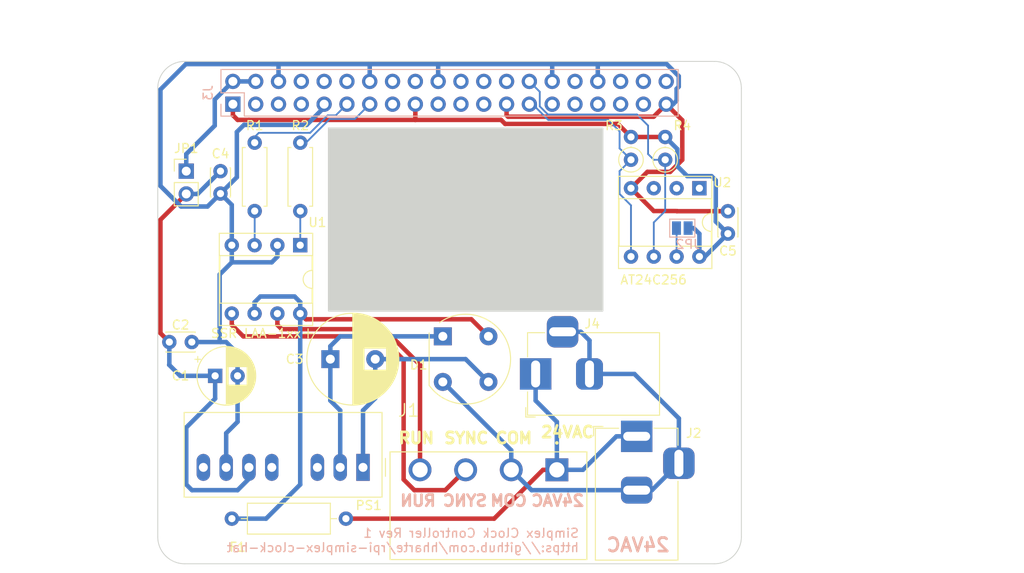
<source format=kicad_pcb>
(kicad_pcb (version 20240108) (generator "pcbnew") (generator_version "8.0")
  (title_block (title "RPi Simplex Clock Controller Hat") (date "2024-03-10") (rev "1") (company "https://github.com/hharte/rpi-simplex-clock-hat"))
  (layers (0 "F.Cu" signal) (31 "B.Cu" signal) (34 "B.Paste" user) (35 "F.Paste" user) (36 "B.SilkS" user "B.Silkscreen") (37 "F.SilkS" user "F.Silkscreen") (38 "B.Mask" user) (39 "F.Mask" user) (44 "Edge.Cuts" user))
  (net 0 "")
  (net 1 "GND")
  (net 2 "/GPIO2{slash}SDA1")
  (net 3 "/GPIO3{slash}SCL1")
  (net 4 "/GPIO4{slash}GPCLK0")
  (net 5 "/GPIO14{slash}TXD0")
  (net 6 "/GPIO15{slash}RXD0")
  (net 7 "/GPIO17")
  (net 8 "/GPIO18{slash}PCM.CLK")
  (net 9 "/GPIO27")
  (net 10 "/GPIO22")
  (net 11 "/GPIO23")
  (net 12 "/GPIO24")
  (net 13 "/GPIO10{slash}SPI0.MOSI")
  (net 14 "/GPIO9{slash}SPI0.MISO")
  (net 15 "/GPIO25")
  (net 16 "/GPIO11{slash}SPI0.SCLK")
  (net 17 "/GPIO8{slash}SPI0.CE0")
  (net 18 "/GPIO7{slash}SPI0.CE1")
  (net 19 "/ID_SDA")
  (net 20 "/ID_SCL")
  (net 21 "/GPIO5")
  (net 22 "/GPIO6")
  (net 23 "/GPIO12{slash}PWM0")
  (net 24 "/GPIO13{slash}PWM1")
  (net 25 "/GPIO19{slash}PCM.FS")
  (net 26 "/GPIO16")
  (net 27 "/GPIO26")
  (net 28 "/GPIO20{slash}PCM.DIN")
  (net 29 "/GPIO21{slash}PCM.DOUT")
  (net 30 "+5V")
  (net 31 "+3.3V")
  (net 32 "+5VP")
  (net 33 "/VIN")
  (net 34 "/SYNC_CORR")
  (net 35 "+48V")
  (net 36 "AC")
  (net 37 "Net-(JP2-A)")
  (net 40 "Net-(R1-Pad1)")
  (net 41 "Net-(R2-Pad1)")
  (net 45 "/CLK_RUN")
  (net 46 "/COM")
  (net 47 "Net-(D1-Pad2)")
  (footprint "Converter_DCDC:Converter_DCDC_TRACO_TMR-xxxx_THT" (layer "F.Cu") (at 122.86 89.205 180)
    (property "Reference" "PS1" (at -0.635 -4.24 0) (layer "F.SilkS"))
    (property "Value" "SPBW06")
    (pad "1" thru_hole rect (at 0 0 180) (size 1.5 3) (drill 1) (layers "*.Cu" "*.Mask") (net 46 "/COM"))
    (pad "2" thru_hole oval (at 2.54 0 180) (size 1.5 3) (drill 1) (layers "*.Cu" "*.Mask") (net 35 "+48V"))
    (pad "3" thru_hole oval (at 5.08 0 180) (size 1.5 3) (drill 1) (layers "*.Cu" "*.Mask"))
    (pad "5" thru_hole oval (at 10.16 0 180) (size 1.5 3) (drill 1) (layers "*.Cu" "*.Mask"))
    (pad "6" thru_hole oval (at 12.7 0 180) (size 1.5 3) (drill 1) (layers "*.Cu" "*.Mask") (net 30 "+5V"))
    (pad "7" thru_hole oval (at 15.24 0 180) (size 1.5 3) (drill 1) (layers "*.Cu" "*.Mask") (net 1 "GND"))
    (pad "8" thru_hole oval (at 17.78 0 180) (size 1.5 3) (drill 1) (layers "*.Cu" "*.Mask"))
  )
  (footprint "hardware:CUI_TBP01R1-508-04BE" (layer "F.Cu") (at 144.45 89.4775 180)
    (property "Reference" "J1" (at 16.51 6.6225 0) (layer "F.SilkS") (effects (font (size 1.4 1.4))))
    (property "Value" "TBP01R1-508-04BE")
    (pad "1" thru_hole rect (at 0 0 180) (size 2.55 2.55) (drill 1.7) (layers "*.Cu" "*.Mask") (net 33 "/VIN"))
    (pad "2" thru_hole circle (at 5.08 0 180) (size 2.55 2.55) (drill 1.7) (layers "*.Cu" "*.Mask") (net 47 "Net-(D1-Pad2)"))
    (pad "3" thru_hole circle (at 10.16 0 180) (size 2.55 2.55) (drill 1.7) (layers "*.Cu" "*.Mask") (net 34 "/SYNC_CORR"))
    (pad "4" thru_hole circle (at 15.24 0 180) (size 2.55 2.55) (drill 1.7) (layers "*.Cu" "*.Mask") (net 45 "/CLK_RUN"))
  )
  (footprint "Capacitor_THT:C_Disc_D3.0mm_W2.0mm_P2.50mm" (layer "F.Cu") (at 101.29 75.235)
    (property "Reference" "C2" (at 1.25 -1.905 0) (layer "F.SilkS"))
    (property "Value" "0.1uF")
    (pad "1" thru_hole circle (at 0 0) (size 1.6 1.6) (drill 0.8) (layers "*.Cu" "*.Mask") (net 30 "+5V"))
    (pad "2" thru_hole circle (at 2.5 0) (size 1.6 1.6) (drill 0.8) (layers "*.Cu" "*.Mask") (net 1 "GND"))
  )
  (footprint "Capacitor_THT:CP_Radial_D10.0mm_P5.00mm" (layer "F.Cu") (at 119.222323 77.14)
    (property "Reference" "C3" (at -3.982323 0 0) (layer "F.SilkS"))
    (property "Value" "100uF/100V")
    (pad "1" thru_hole rect (at 0 0) (size 2 2) (drill 1) (layers "*.Cu" "*.Mask") (net 35 "+48V"))
    (pad "2" thru_hole circle (at 5 0) (size 2 2) (drill 1) (layers "*.Cu" "*.Mask") (net 46 "/COM"))
  )
  (footprint "Capacitor_THT:C_Disc_D3.0mm_W2.0mm_P2.50mm" (layer "F.Cu") (at 106.985 56.185 -90)
    (property "Reference" "C4" (at -1.945 0 0) (layer "F.SilkS"))
    (property "Value" "0.1uF")
    (pad "1" thru_hole circle (at 0 0 270) (size 1.6 1.6) (drill 0.8) (layers "*.Cu" "*.Mask") (net 30 "+5V"))
    (pad "2" thru_hole circle (at 2.5 0 270) (size 1.6 1.6) (drill 0.8) (layers "*.Cu" "*.Mask") (net 1 "GND"))
  )
  (footprint "Package_DIP:DIP-8_W7.62mm_Socket" (layer "F.Cu") (at 115.865 64.44 -90)
    (property "Reference" "U1" (at -2.54 -1.915 0) (layer "F.SilkS"))
    (property "Value" "LAA120")
    (pad "1" thru_hole rect (at 0 0 270) (size 1.6 1.6) (drill 0.8) (layers "*.Cu" "*.Mask") (net 41 "Net-(R2-Pad1)"))
    (pad "2" thru_hole oval (at 0 2.54 270) (size 1.6 1.6) (drill 0.8) (layers "*.Cu" "*.Mask") (net 1 "GND"))
    (pad "3" thru_hole oval (at 0 5.08 270) (size 1.6 1.6) (drill 0.8) (layers "*.Cu" "*.Mask") (net 40 "Net-(R1-Pad1)"))
    (pad "4" thru_hole oval (at 0 7.62 270) (size 1.6 1.6) (drill 0.8) (layers "*.Cu" "*.Mask") (net 1 "GND"))
    (pad "5" thru_hole oval (at 7.62 7.62 270) (size 1.6 1.6) (drill 0.8) (layers "*.Cu" "*.Mask") (net 34 "/SYNC_CORR"))
    (pad "6" thru_hole oval (at 7.62 5.08 270) (size 1.6 1.6) (drill 0.8) (layers "*.Cu" "*.Mask") (net 36 "AC"))
    (pad "7" thru_hole oval (at 7.62 2.54 270) (size 1.6 1.6) (drill 0.8) (layers "*.Cu" "*.Mask") (net 45 "/CLK_RUN"))
    (pad "8" thru_hole oval (at 7.62 0 270) (size 1.6 1.6) (drill 0.8) (layers "*.Cu" "*.Mask") (net 36 "AC"))
  )
  (footprint "Resistor_THT:R_Axial_DIN0309_L9.0mm_D3.2mm_P12.70mm_Horizontal" (layer "F.Cu") (at 108.255 94.92)
    (property "Reference" "F1" (at 0.635 3.175 0) (layer "F.SilkS"))
    (property "Value" "Fuse 630mA")
    (pad "1" thru_hole circle (at 0 0) (size 1.6 1.6) (drill 0.8) (layers "*.Cu" "*.Mask") (net 36 "AC"))
    (pad "2" thru_hole oval (at 12.7 0) (size 1.6 1.6) (drill 0.8) (layers "*.Cu" "*.Mask") (net 33 "/VIN"))
  )
  (footprint "Connector_PinHeader_2.54mm:PinHeader_1x02_P2.54mm_Vertical" (layer "F.Cu") (at 103.175 56.185)
    (property "Reference" "JP1" (at 0 -2.54 0) (layer "F.SilkS"))
    (property "Value" "Jumper_2_Bridged")
    (pad "1" thru_hole rect (at 0 0) (size 1.7 1.7) (drill 1) (layers "*.Cu" "*.Mask") (net 32 "+5VP"))
    (pad "2" thru_hole oval (at 0 2.54) (size 1.7 1.7) (drill 1) (layers "*.Cu" "*.Mask") (net 30 "+5V"))
  )
  (footprint "MountingHole:MountingHole_2.7mm_M2.5" (layer "F.Cu") (at 103.5 96.45)
    (property "Reference" "MH1" (hide yes))
    (property "Value" "MountingHole_2.7mm_M2.5")
    (pad "" np_thru_hole circle (at 0 0) (size 2.7 2.7) (drill 2.7) (layers "*.Cu" "*.Mask"))
  )
  (footprint "MountingHole:MountingHole_2.7mm_M2.5" (layer "F.Cu") (at 103.5 47.45)
    (property "Reference" "MH3" (hide yes))
    (property "Value" "MountingHole_2.7mm_M2.5")
    (pad "" np_thru_hole circle (at 0 0) (size 2.7 2.7) (drill 2.7) (layers "*.Cu" "*.Mask"))
  )
  (footprint "MountingHole:MountingHole_2.7mm_M2.5" (layer "F.Cu") (at 161.5 96.45)
    (property "Reference" "MH2" (hide yes))
    (property "Value" "MountingHole_2.7mm_M2.5")
    (pad "" np_thru_hole circle (at 0 0) (size 2.7 2.7) (drill 2.7) (layers "*.Cu" "*.Mask"))
  )
  (footprint "Resistor_THT:R_Axial_DIN0207_L6.3mm_D2.5mm_P2.54mm_Vertical" (layer "F.Cu") (at 156.515 54.915 90)
    (property "Reference" "R4" (at 3.81 1.905 180) (layer "F.SilkS"))
    (property "Value" "3.9K")
    (pad "1" thru_hole circle (at 0 0 90) (size 1.6 1.6) (drill 0.8) (layers "*.Cu" "*.Mask") (net 20 "/ID_SCL"))
    (pad "2" thru_hole oval (at 2.54 0 90) (size 1.6 1.6) (drill 0.8) (layers "*.Cu" "*.Mask") (net 31 "+3.3V"))
  )
  (footprint "MountingHole:MountingHole_2.7mm_M2.5" (layer "F.Cu") (at 103.5 70.45)
    (property "Reference" "MH5" (hide yes))
    (property "Value" "MountingHole_2.7mm_M2.5")
    (pad "" np_thru_hole circle (at 0 0) (size 2.7 2.7) (drill 2.7) (layers "*.Cu" "*.Mask"))
  )
  (footprint "Resistor_THT:R_Axial_DIN0207_L6.3mm_D2.5mm_P7.62mm_Horizontal" (layer "F.Cu") (at 115.875 60.63 90)
    (property "Reference" "R2" (at 9.525 0 180) (layer "F.SilkS"))
    (property "Value" "220")
    (pad "1" thru_hole circle (at 0 0 90) (size 1.6 1.6) (drill 0.8) (layers "*.Cu" "*.Mask") (net 41 "Net-(R2-Pad1)"))
    (pad "2" thru_hole oval (at 7.62 0 90) (size 1.6 1.6) (drill 0.8) (layers "*.Cu" "*.Mask") (net 9 "/GPIO27"))
  )
  (footprint "MountingHole:MountingHole_2.7mm_M2.5" (layer "F.Cu") (at 161.5 47.45)
    (property "Reference" "MH4" (hide yes))
    (property "Value" "MountingHole_2.7mm_M2.5")
    (pad "" np_thru_hole circle (at 0 0) (size 2.7 2.7) (drill 2.7) (layers "*.Cu" "*.Mask"))
  )
  (footprint "Capacitor_THT:C_Disc_D3.0mm_W2.0mm_P2.50mm" (layer "F.Cu") (at 163.5 63.15 90)
    (property "Reference" "C5" (at -1.925 0 180) (layer "F.SilkS"))
    (property "Value" "0.1uF")
    (pad "1" thru_hole circle (at 0 0 90) (size 1.6 1.6) (drill 0.8) (layers "*.Cu" "*.Mask") (net 31 "+3.3V"))
    (pad "2" thru_hole circle (at 2.5 0 90) (size 1.6 1.6) (drill 0.8) (layers "*.Cu" "*.Mask") (net 1 "GND"))
  )
  (footprint "Package_DIP:DIP-8_W7.62mm_Socket" (layer "F.Cu") (at 160.325 58.09 -90)
    (property "Reference" "U2" (at -0.635 -2.54 0) (layer "F.SilkS"))
    (property "Value" "CAT24C256")
    (pad "1" thru_hole rect (at 0 0 270) (size 1.6 1.6) (drill 0.8) (layers "*.Cu" "*.Mask"))
    (pad "2" thru_hole oval (at 0 2.54 270) (size 1.6 1.6) (drill 0.8) (layers "*.Cu" "*.Mask"))
    (pad "3" thru_hole oval (at 0 5.08 270) (size 1.6 1.6) (drill 0.8) (layers "*.Cu" "*.Mask"))
    (pad "4" thru_hole oval (at 0 7.62 270) (size 1.6 1.6) (drill 0.8) (layers "*.Cu" "*.Mask") (net 1 "GND"))
    (pad "5" thru_hole oval (at 7.62 7.62 270) (size 1.6 1.6) (drill 0.8) (layers "*.Cu" "*.Mask") (net 19 "/ID_SDA"))
    (pad "6" thru_hole oval (at 7.62 5.08 270) (size 1.6 1.6) (drill 0.8) (layers "*.Cu" "*.Mask") (net 20 "/ID_SCL"))
    (pad "7" thru_hole oval (at 7.62 2.54 270) (size 1.6 1.6) (drill 0.8) (layers "*.Cu" "*.Mask") (net 37 "Net-(JP2-A)"))
    (pad "8" thru_hole oval (at 7.62 0 270) (size 1.6 1.6) (drill 0.8) (layers "*.Cu" "*.Mask") (net 31 "+3.3V"))
  )
  (footprint "Connector_BarrelJack:BarrelJack_Horizontal" (layer "F.Cu") (at 142.085 78.791 180)
    (property "Reference" "J4" (at -6.302 5.588 0) (layer "F.SilkS"))
    (property "Value" "Barrel_Jack_Switch")
    (pad "1" thru_hole rect (at 0 0 180) (size 3.5 3.5) (drill oval 1 3) (layers "*.Cu" "*.Mask") (net 33 "/VIN"))
    (pad "2" thru_hole roundrect (at -6 0 180) (size 3 3.5) (drill oval 1 3) (layers "*.Cu" "*.Mask") (net 47 "Net-(D1-Pad2)"))
    (pad "3" thru_hole roundrect (at -3 4.7 180) (size 3.5 3.5) (drill oval 3 1) (layers "*.Cu" "*.Mask") (net 47 "Net-(D1-Pad2)"))
  )
  (footprint "Resistor_THT:R_Axial_DIN0207_L6.3mm_D2.5mm_P2.54mm_Vertical" (layer "F.Cu") (at 152.705 54.915 90)
    (property "Reference" "R3" (at 3.81 -1.905 180) (layer "F.SilkS"))
    (property "Value" "3.9K")
    (pad "1" thru_hole circle (at 0 0 90) (size 1.6 1.6) (drill 0.8) (layers "*.Cu" "*.Mask") (net 19 "/ID_SDA"))
    (pad "2" thru_hole oval (at 2.54 0 90) (size 1.6 1.6) (drill 0.8) (layers "*.Cu" "*.Mask") (net 31 "+3.3V"))
  )
  (footprint "MountingHole:MountingHole_2.7mm_M2.5" (layer "F.Cu") (at 161.5 70.45)
    (property "Reference" "MH6" (hide yes))
    (property "Value" "MountingHole_2.7mm_M2.5")
    (pad "" np_thru_hole circle (at 0 0) (size 2.7 2.7) (drill 2.7) (layers "*.Cu" "*.Mask"))
  )
  (footprint "Diode_THT:Diode_Bridge_Round_D9.8mm" (layer "F.Cu") (at 131.75 74.6)
    (property "Reference" "D1" (at -2.69 3.18 0) (layer "F.SilkS"))
    (property "Value" "B250C1000G-E4/51")
    (pad "1" thru_hole rect (at 0 0) (size 2 2) (drill 1) (layers "*.Cu" "*.Mask") (net 35 "+48V"))
    (pad "2" thru_hole oval (at 0 5.08) (size 2 2) (drill 1) (layers "*.Cu" "*.Mask") (net 47 "Net-(D1-Pad2)"))
    (pad "3" thru_hole oval (at 5.08 5.08) (size 2 2) (drill 1) (layers "*.Cu" "*.Mask") (net 46 "/COM"))
    (pad "4" thru_hole oval (at 5.08 0) (size 2 2) (drill 1) (layers "*.Cu" "*.Mask") (net 36 "AC"))
  )
  (footprint "Resistor_THT:R_Axial_DIN0207_L6.3mm_D2.5mm_P7.62mm_Horizontal" (layer "F.Cu") (at 110.795 60.63 90)
    (property "Reference" "R1" (at 9.525 0 180) (layer "F.SilkS"))
    (property "Value" "220")
    (pad "1" thru_hole circle (at 0 0 90) (size 1.6 1.6) (drill 0.8) (layers "*.Cu" "*.Mask") (net 40 "Net-(R1-Pad1)"))
    (pad "2" thru_hole oval (at 7.62 0 90) (size 1.6 1.6) (drill 0.8) (layers "*.Cu" "*.Mask") (net 7 "/GPIO17"))
  )
  (footprint "Connector_BarrelJack:BarrelJack_Horizontal" (layer "F.Cu") (at 153.34 85.745 90)
    (property "Reference" "J2" (at 0.35 6.35 180) (layer "F.SilkS"))
    (property "Value" "Barrel_Jack_Switch")
    (pad "1" thru_hole rect (at 0 0 90) (size 3.5 3.5) (drill oval 1 3) (layers "*.Cu" "*.Mask") (net 33 "/VIN"))
    (pad "2" thru_hole roundrect (at -6 0 90) (size 3 3.5) (drill oval 1 3) (layers "*.Cu" "*.Mask") (net 47 "Net-(D1-Pad2)"))
    (pad "3" thru_hole roundrect (at -3 4.7 90) (size 3.5 3.5) (drill oval 3 1) (layers "*.Cu" "*.Mask") (net 47 "Net-(D1-Pad2)"))
  )
  (footprint "Capacitor_THT:CP_Radial_D6.3mm_P2.50mm" (layer "F.Cu") (at 106.39 79)
    (property "Reference" "C1" (at -3.85 0 0) (layer "F.SilkS"))
    (property "Value" "10uF 25V")
    (pad "1" thru_hole rect (at 0 0) (size 1.6 1.6) (drill 0.8) (layers "*.Cu" "*.Mask") (net 30 "+5V"))
    (pad "2" thru_hole circle (at 2.5 0) (size 1.6 1.6) (drill 0.8) (layers "*.Cu" "*.Mask") (net 1 "GND"))
  )
  (footprint "Connector_PinSocket_2.54mm:PinSocket_2x20_P2.54mm_Vertical" (layer "B.Cu") (at 108.37 48.72 -90)
    (property "Reference" "J3" (at -1.27 2.77 -90) (layer "B.SilkS") (effects (justify mirror)))
    (property "Value" "GPIO")
    (pad "1" thru_hole rect (at 0 0 270) (size 1.7 1.7) (drill 1) (layers "*.Cu" "*.Mask") (net 31 "+3.3V"))
    (pad "2" thru_hole oval (at -2.54 0 270) (size 1.7 1.7) (drill 1) (layers "*.Cu" "*.Mask") (net 32 "+5VP"))
    (pad "3" thru_hole oval (at 0 -2.54 270) (size 1.7 1.7) (drill 1) (layers "*.Cu" "*.Mask") (net 2 "/GPIO2{slash}SDA1"))
    (pad "4" thru_hole oval (at -2.54 -2.54 270) (size 1.7 1.7) (drill 1) (layers "*.Cu" "*.Mask") (net 32 "+5VP"))
    (pad "5" thru_hole oval (at 0 -5.08 270) (size 1.7 1.7) (drill 1) (layers "*.Cu" "*.Mask") (net 3 "/GPIO3{slash}SCL1"))
    (pad "6" thru_hole oval (at -2.54 -5.08 270) (size 1.7 1.7) (drill 1) (layers "*.Cu" "*.Mask") (net 1 "GND"))
    (pad "7" thru_hole oval (at 0 -7.62 270) (size 1.7 1.7) (drill 1) (layers "*.Cu" "*.Mask") (net 4 "/GPIO4{slash}GPCLK0"))
    (pad "8" thru_hole oval (at -2.54 -7.62 270) (size 1.7 1.7) (drill 1) (layers "*.Cu" "*.Mask") (net 5 "/GPIO14{slash}TXD0"))
    (pad "9" thru_hole oval (at 0 -10.16 270) (size 1.7 1.7) (drill 1) (layers "*.Cu" "*.Mask") (net 1 "GND"))
    (pad "10" thru_hole oval (at -2.54 -10.16 270) (size 1.7 1.7) (drill 1) (layers "*.Cu" "*.Mask") (net 6 "/GPIO15{slash}RXD0"))
    (pad "11" thru_hole oval (at 0 -12.7 270) (size 1.7 1.7) (drill 1) (layers "*.Cu" "*.Mask") (net 7 "/GPIO17"))
    (pad "12" thru_hole oval (at -2.54 -12.7 270) (size 1.7 1.7) (drill 1) (layers "*.Cu" "*.Mask") (net 8 "/GPIO18{slash}PCM.CLK"))
    (pad "13" thru_hole oval (at 0 -15.24 270) (size 1.7 1.7) (drill 1) (layers "*.Cu" "*.Mask") (net 9 "/GPIO27"))
    (pad "14" thru_hole oval (at -2.54 -15.24 270) (size 1.7 1.7) (drill 1) (layers "*.Cu" "*.Mask") (net 1 "GND"))
    (pad "15" thru_hole oval (at 0 -17.78 270) (size 1.7 1.7) (drill 1) (layers "*.Cu" "*.Mask") (net 10 "/GPIO22"))
    (pad "16" thru_hole oval (at -2.54 -17.78 270) (size 1.7 1.7) (drill 1) (layers "*.Cu" "*.Mask") (net 11 "/GPIO23"))
    (pad "17" thru_hole oval (at 0 -20.32 270) (size 1.7 1.7) (drill 1) (layers "*.Cu" "*.Mask") (net 31 "+3.3V"))
    (pad "18" thru_hole oval (at -2.54 -20.32 270) (size 1.7 1.7) (drill 1) (layers "*.Cu" "*.Mask") (net 12 "/GPIO24"))
    (pad "19" thru_hole oval (at 0 -22.86 270) (size 1.7 1.7) (drill 1) (layers "*.Cu" "*.Mask") (net 13 "/GPIO10{slash}SPI0.MOSI"))
    (pad "20" thru_hole oval (at -2.54 -22.86 270) (size 1.7 1.7) (drill 1) (layers "*.Cu" "*.Mask") (net 1 "GND"))
    (pad "21" thru_hole oval (at 0 -25.4 270) (size 1.7 1.7) (drill 1) (layers "*.Cu" "*.Mask") (net 14 "/GPIO9{slash}SPI0.MISO"))
    (pad "22" thru_hole oval (at -2.54 -25.4 270) (size 1.7 1.7) (drill 1) (layers "*.Cu" "*.Mask") (net 15 "/GPIO25"))
    (pad "23" thru_hole oval (at 0 -27.94 270) (size 1.7 1.7) (drill 1) (layers "*.Cu" "*.Mask") (net 16 "/GPIO11{slash}SPI0.SCLK"))
    (pad "24" thru_hole oval (at -2.54 -27.94 270) (size 1.7 1.7) (drill 1) (layers "*.Cu" "*.Mask") (net 17 "/GPIO8{slash}SPI0.CE0"))
    (pad "25" thru_hole oval (at 0 -30.48 270) (size 1.7 1.7) (drill 1) (layers "*.Cu" "*.Mask") (net 1 "GND"))
    (pad "26" thru_hole oval (at -2.54 -30.48 270) (size 1.7 1.7) (drill 1) (layers "*.Cu" "*.Mask") (net 18 "/GPIO7{slash}SPI0.CE1"))
    (pad "27" thru_hole oval (at 0 -33.02 270) (size 1.7 1.7) (drill 1) (layers "*.Cu" "*.Mask") (net 19 "/ID_SDA"))
    (pad "28" thru_hole oval (at -2.54 -33.02 270) (size 1.7 1.7) (drill 1) (layers "*.Cu" "*.Mask") (net 20 "/ID_SCL"))
    (pad "29" thru_hole oval (at 0 -35.56 270) (size 1.7 1.7) (drill 1) (layers "*.Cu" "*.Mask") (net 21 "/GPIO5"))
    (pad "30" thru_hole oval (at -2.54 -35.56 270) (size 1.7 1.7) (drill 1) (layers "*.Cu" "*.Mask") (net 1 "GND"))
    (pad "31" thru_hole oval (at 0 -38.1 270) (size 1.7 1.7) (drill 1) (layers "*.Cu" "*.Mask") (net 22 "/GPIO6"))
    (pad "32" thru_hole oval (at -2.54 -38.1 270) (size 1.7 1.7) (drill 1) (layers "*.Cu" "*.Mask") (net 23 "/GPIO12{slash}PWM0"))
    (pad "33" thru_hole oval (at 0 -40.64 270) (size 1.7 1.7) (drill 1) (layers "*.Cu" "*.Mask") (net 24 "/GPIO13{slash}PWM1"))
    (pad "34" thru_hole oval (at -2.54 -40.64 270) (size 1.7 1.7) (drill 1) (layers "*.Cu" "*.Mask") (net 1 "GND"))
    (pad "35" thru_hole oval (at 0 -43.18 270) (size 1.7 1.7) (drill 1) (layers "*.Cu" "*.Mask") (net 25 "/GPIO19{slash}PCM.FS"))
    (pad "36" thru_hole oval (at -2.54 -43.18 270) (size 1.7 1.7) (drill 1) (layers "*.Cu" "*.Mask") (net 26 "/GPIO16"))
    (pad "37" thru_hole oval (at 0 -45.72 270) (size 1.7 1.7) (drill 1) (layers "*.Cu" "*.Mask") (net 27 "/GPIO26"))
    (pad "38" thru_hole oval (at -2.54 -45.72 270) (size 1.7 1.7) (drill 1) (layers "*.Cu" "*.Mask") (net 28 "/GPIO20{slash}PCM.DIN"))
    (pad "39" thru_hole oval (at 0 -48.26 270) (size 1.7 1.7) (drill 1) (layers "*.Cu" "*.Mask") (net 1 "GND"))
    (pad "40" thru_hole oval (at -2.54 -48.26 270) (size 1.7 1.7) (drill 1) (layers "*.Cu" "*.Mask") (net 29 "/GPIO21{slash}PCM.DOUT"))
  )
  (footprint "Jumper:SolderJumper-2_P1.3mm_Open_Pad1.0x1.5mm" (layer "B.Cu") (at 158.42 62.535)
    (property "Reference" "JP2" (at 0.62 1.8 0) (layer "B.SilkS") (effects (justify mirror)))
    (property "Value" "ID_WP")
    (pad "1" smd rect (at -0.65 0) (size 1 1.5) (layers "B.Cu" "B.Mask") (net 37 "Net-(JP2-A)"))
    (pad "2" smd rect (at 0.65 0) (size 1 1.5) (layers "B.Cu" "B.Mask") (net 31 "+3.3V"))
  )
  (gr_line (start 103 99.95) (end 162 99.95) (stroke (width 0.1)) (layer "Edge.Cuts"))
  (gr_arc (start 162 43.95) (mid 164.12132 44.82868) (end 165 46.95) (stroke (width 0.1)) (layer "Edge.Cuts"))
  (gr_rect (start 119.05 51.4225) (end 149.53 71.7425) (stroke (width 0.2)) (fill solid) (layer "Edge.Cuts"))
  (gr_arc (start 103 99.95) (mid 100.87868 99.07132) (end 100 96.95) (stroke (width 0.1)) (layer "Edge.Cuts"))
  (gr_arc (start 165 96.95) (mid 164.12132 99.07132) (end 162 99.95) (stroke (width 0.1)) (layer "Edge.Cuts"))
  (gr_arc (start 100 46.95) (mid 100.87868 44.82868) (end 103 43.95) (stroke (width 0.1)) (layer "Edge.Cuts"))
  (gr_line (start 162 43.95) (end 103 43.95) (stroke (width 0.1)) (layer "Edge.Cuts"))
  (gr_line (start 100 46.95) (end 100 96.95) (stroke (width 0.1)) (layer "Edge.Cuts"))
  (gr_line (start 165 96.95) (end 165 46.95) (stroke (width 0.1)) (layer "Edge.Cuts"))
  (gr_text "SYNC" (at 136.83 93.65 0) (layer "B.SilkS") (effects (font (size 1.25 1.25) (thickness 0.3) (bold yes)) (justify left bottom mirror)))
  (gr_text "24VAC" (at 157.15 98.73 0) (layer "B.SilkS") (effects (font (size 1.5 1.5) (thickness 0.3) (bold yes)) (justify left bottom mirror)))
  (gr_text "24VAC" (at 147.625 93.65 0) (layer "B.SilkS") (effects (font (size 1.25 1.25) (thickness 0.3) (bold yes)) (justify left bottom mirror)))
  (gr_text "Simplex Clock Controller Rev 1\nhttps://github.com/hharte/rpi-simplex-clock-hat" (at 146.99 98.73 0) (layer "B.SilkS") (effects (font (size 1 1)) (justify left bottom mirror)))
  (gr_text "COM" (at 141.275 93.65 0) (layer "B.SilkS") (effects (font (size 1.25 1.25) (thickness 0.3) (bold yes)) (justify left bottom mirror)))
  (gr_text "RUN" (at 131.115 93.65 0) (layer "B.SilkS") (effects (font (size 1.25 1.25) (thickness 0.3) (bold yes)) (justify left bottom mirror)))
  (gr_text "AT24C256" (at 151.435 68.885 0) (layer "F.SilkS") (effects (font (size 1 1)) (justify left bottom)))
  (gr_text "SSR LAA-1xx" (at 105.842 74.854 0) (layer "F.SilkS") (effects (font (size 1 1)) (justify left bottom)))
  (gr_text "RUN" (at 126.67 86.665 0) (layer "F.SilkS") (effects (font (size 1.25 1.25) (thickness 0.3) (bold yes)) (justify left bottom)))
  (gr_text "24VAC" (at 142.545 86 0) (layer "F.SilkS") (effects (font (size 1.25 1.25) (thickness 0.3) (bold yes)) (justify left bottom)))
  (gr_text "COM" (at 137.465 86.665 0) (layer "F.SilkS") (effects (font (size 1.25 1.25) (thickness 0.3) (bold yes)) (justify left bottom)))
  (gr_text "SYNC" (at 131.75 86.665 0) (layer "F.SilkS") (effects (font (size 1.25 1.25) (thickness 0.3) (bold yes)) (justify left bottom)))
  (segment (start 158.42 50.51) (end 156.63 48.72) (width 0.5) (layer "F.Cu") (net 1))
  (segment (start 155.245 60.63) (end 157.785 60.63) (width 0.5) (layer "F.Cu") (net 1))
  (segment (start 138.85 48.72) (end 138.85 49.95) (width 0.5) (layer "F.Cu") (net 1))
  (segment (start 157.074189 56.265) (end 158.42 54.919189) (width 0.5) (layer "F.Cu") (net 1))
  (segment (start 138.85 49.95) (end 139.02 50.12) (width 0.5) (layer "F.Cu") (net 1))
  (segment (start 157.805 60.65) (end 163.5 60.65) (width 0.5) (layer "F.Cu") (net 1))
  (segment (start 152.705 58.09) (end 154.53 56.265) (width 0.5) (layer "F.Cu") (net 1))
  (segment (start 157.785 60.63) (end 157.805 60.65) (width 0.5) (layer "F.Cu") (net 1))
  (segment (start 154.53 56.265) (end 157.074189 56.265) (width 0.5) (layer "F.Cu") (net 1))
  (segment (start 158.42 54.919189) (end 158.42 50.51) (width 0.5) (layer "F.Cu") (net 1))
  (segment (start 152.705 58.09) (end 155.245 60.63) (width 0.5) (layer "F.Cu") (net 1))
  (segment (start 139.02 50.12) (end 155.23 50.12) (width 0.5) (layer "F.Cu") (net 1))
  (segment (start 155.23 50.12) (end 156.63 48.72) (width 0.5) (layer "F.Cu") (net 1))
  (segment (start 109.605 51.025) (end 108.81 51.82) (width 0.5) (layer "B.Cu") (net 1))
  (segment (start 113.45 46.18) (end 113.45 44.315) (width 0.5) (layer "B.Cu") (net 1))
  (segment (start 100.3 57.829899) (end 102.595101 60.125) (width 0.5) (layer "B.Cu") (net 1))
  (segment (start 108.81 51.82) (end 108.81 56.86) (width 0.5) (layer "B.Cu") (net 1))
  (segment (start 131.23 46.18) (end 131.23 44.365) (width 0.5) (layer "B.Cu") (net 1))
  (segment (start 131.23 44.365) (end 131.115 44.25) (width 0.5) (layer "B.Cu") (net 1))
  (segment (start 149.01 44.365) (end 148.895 44.25) (width 0.5) (layer "B.Cu") (net 1))
  (segment (start 157.785 48.33) (end 157.395 48.72) (width 0.5) (layer "B.Cu") (net 1))
  (segment (start 108.89 76.505) (end 107.62 75.235) (width 0.5) (layer "B.Cu") (net 1))
  (segment (start 112.7 44.25) (end 123.495 44.25) (width 0.5) (layer "B.Cu") (net 1))
  (segment (start 107.62 89.205) (end 107.62 85.395) (width 0.5) (layer "B.Cu") (net 1))
  (segment (start 131.115 44.25) (end 143.815 44.25) (width 0.5) (layer "B.Cu") (net 1))
  (segment (start 108.245 59.945) (end 106.985 58.685) (width 0.5) (layer "B.Cu") (net 1))
  (segment (start 103.133709 44.25) (end 100.3 47.083709) (width 0.5) (layer "B.Cu") (net 1))
  (segment (start 105.545 60.125) (end 106.985 58.685) (width 0.5) (layer "B.Cu") (net 1))
  (segment (start 123.61 44.365) (end 123.495 44.25) (width 0.5) (layer "B.Cu") (net 1))
  (segment (start 102.595101 60.125) (end 105.545 60.125) (width 0.5) (layer "B.Cu") (net 1))
  (segment (start 158.03 45.600101) (end 158.03 46.759899) (width 0.5) (layer "B.Cu") (net 1))
  (segment (start 113.325 65.72) (end 112.7 66.345) (width 0.5) (layer "B.Cu") (net 1))
  (segment (start 107.62 85.395) (end 108.89 84.125) (width 0.5) (layer "B.Cu") (net 1))
  (segment (start 106.895 67.705) (end 108.255 66.345) (width 0.5) (layer "B.Cu") (net 1))
  (segment (start 118.53 49.085) (end 116.59 51.025) (width 0.5) (layer "B.Cu") (net 1))
  (segment (start 108.245 66.335) (end 108.255 66.345) (width 0.5) (layer "B.Cu") (net 1))
  (segment (start 157.395 48.72) (end 156.63 48.72) (width 0.5) (layer "B.Cu") (net 1))
  (segment (start 108.89 78.41) (end 108.89 76.505) (width 0.5) (layer "B.Cu") (net 1))
  (segment (start 106.895 75.145) (end 106.895 67.705) (width 0.5) (layer "B.Cu") (net 1))
  (segment (start 113.385 44.25) (end 103.133709 44.25) (width 0.5) (layer "B.Cu") (net 1))
  (segment (start 149.01 46.18) (end 149.01 44.365) (width 0.5) (layer "B.Cu") (net 1))
  (segment (start 108.245 64.44) (end 108.245 66.335) (width 0.5) (layer "B.Cu") (net 1))
  (segment (start 143.93 46.18) (end 143.93 44.365) (width 0.5) (layer "B.Cu") (net 1))
  (segment (start 112.7 66.345) (end 108.255 66.345) (width 0.5) (layer "B.Cu") (net 1))
  (segment (start 123.61 46.18) (end 123.61 44.365) (width 0.5) (layer "B.Cu") (net 1))
  (segment (start 106.985 75.235) (end 106.895 75.145) (width 0.5) (layer "B.Cu") (net 1))
  (segment (start 118.53 48.72) (end 118.53 49.085) (width 0.5) (layer "B.Cu") (net 1))
  (segment (start 156.679899 44.25) (end 158.03 45.600101) (width 0.5) (layer "B.Cu") (net 1))
  (segment (start 143.815 44.25) (end 148.895 44.25) (width 0.5) (layer "B.Cu") (net 1))
  (segment (start 116.59 51.025) (end 109.605 51.025) (width 0.5) (layer "B.Cu") (net 1))
  (segment (start 157.785 47.004899) (end 157.785 48.33) (width 0.5) (layer "B.Cu") (net 1))
  (segment (start 113.45 44.315) (end 113.385 44.25) (width 0.5) (layer "B.Cu") (net 1))
  (segment (start 100.3 47.083709) (end 100.3 57.829899) (width 0.5) (layer "B.Cu") (net 1))
  (segment (start 143.93 44.365) (end 143.815 44.25) (width 0.5) (layer "B.Cu") (net 1))
  (segment (start 106.985 75.235) (end 103.79 75.235) (width 0.5) (layer "B.Cu") (net 1))
  (segment (start 108.81 56.86) (end 106.985 58.685) (width 0.5) (layer "B.Cu") (net 1))
  (segment (start 123.495 44.25) (end 131.115 44.25) (width 0.5) (layer "B.Cu") (net 1))
  (segment (start 108.245 64.44) (end 108.245 59.945) (width 0.5) (layer "B.Cu") (net 1))
  (segment (start 158.03 46.759899) (end 157.785 47.004899) (width 0.5) (layer "B.Cu") (net 1))
  (segment (start 113.325 64.44) (end 113.325 65.72) (width 0.5) (layer "B.Cu") (net 1))
  (segment (start 108.89 84.125) (end 108.89 78.41) (width 0.5) (layer "B.Cu") (net 1))
  (segment (start 148.895 44.25) (end 156.679899 44.25) (width 0.5) (layer "B.Cu") (net 1))
  (segment (start 107.62 75.235) (end 106.985 75.235) (width 0.5) (layer "B.Cu") (net 1))
  (segment (start 121.07 48.72) (end 119.82 49.97) (width 0.2) (layer "B.Cu") (net 7))
  (segment (start 119.82 49.97) (end 118.915 49.97) (width 0.2) (layer "B.Cu") (net 7))
  (segment (start 110.795 53.01) (end 110.795 52.375) (width 0.2) (layer "B.Cu") (net 7))
  (segment (start 110.795 52.375) (end 111.26 51.91) (width 0.2) (layer "B.Cu") (net 7))
  (segment (start 116.975 51.91) (end 111.26 51.91) (width 0.2) (layer "B.Cu") (net 7))
  (segment (start 118.915 49.97) (end 116.975 51.91) (width 0.2) (layer "B.Cu") (net 7))
  (segment (start 115.875 53.01) (end 116.51 53.01) (width 0.2) (layer "B.Cu") (net 9))
  (segment (start 121.96 50.37) (end 119.15 50.37) (width 0.2) (layer "B.Cu") (net 9))
  (segment (start 116.51 53.01) (end 119.15 50.37) (width 0.2) (layer "B.Cu") (net 9))
  (segment (start 123.61 48.72) (end 121.96 50.37) (width 0.2) (layer "B.Cu") (net 9))
  (segment (start 152.705 54.915) (end 151.435 56.185) (width 0.2) (layer "B.Cu") (net 19))
  (segment (start 150.165 50.47) (end 151.435 51.74) (width 0.2) (layer "B.Cu") (net 19))
  (segment (start 141.39 48.72) (end 142.145 48.72) (width 0.2) (layer "B.Cu") (net 19))
  (segment (start 151.435 56.185) (end 151.435 58.725) (width 0.2) (layer "B.Cu") (net 19))
  (segment (start 152.705 59.995) (end 152.705 65.71) (width 0.2) (layer "B.Cu") (net 19))
  (segment (start 151.435 51.74) (end 151.435 53.645) (width 0.2) (layer "B.Cu") (net 19))
  (segment (start 142.145 48.72) (end 142.145 49.127032) (width 0.2) (layer "B.Cu") (net 19))
  (segment (start 151.435 58.725) (end 152.705 59.995) (width 0.2) (layer "B.Cu") (net 19))
  (segment (start 143.487968 50.47) (end 150.165 50.47) (width 0.2) (layer "B.Cu") (net 19))
  (segment (start 151.435 53.645) (end 152.705 54.915) (width 0.2) (layer "B.Cu") (net 19))
  (segment (start 142.145 49.127032) (end 143.487968 50.47) (width 0.2) (layer "B.Cu") (net 19))
  (segment (start 155.245 61.9) (end 155.245 65.71) (width 0.2) (layer "B.Cu") (net 20))
  (segment (start 154.61 51.105) (end 154.61 54.28) (width 0.2) (layer "B.Cu") (net 20))
  (segment (start 153.375 49.87) (end 154.61 51.105) (width 0.2) (layer "B.Cu") (net 20))
  (segment (start 143.453654 49.87) (end 153.375 49.87) (width 0.2) (layer "B.Cu") (net 20))
  (segment (start 156.515 54.915) (end 156.515 60.63) (width 0.2) (layer "B.Cu") (net 20))
  (segment (start 141.39 46.18) (end 142.545 47.335) (width 0.2) (layer "B.Cu") (net 20))
  (segment (start 142.545 48.961346) (end 143.453654 49.87) (width 0.2) (layer "B.Cu") (net 20))
  (segment (start 154.61 54.28) (end 155.245 54.915) (width 0.2) (layer "B.Cu") (net 20))
  (segment (start 156.515 60.63) (end 155.245 61.9) (width 0.2) (layer "B.Cu") (net 20))
  (segment (start 142.545 47.335) (end 142.545 48.961346) (width 0.2) (layer "B.Cu") (net 20))
  (segment (start 155.245 54.915) (end 156.515 54.915) (width 0.2) (layer "B.Cu") (net 20))
  (segment (start 100.3 74.245) (end 100.3 61.6) (width 0.5) (layer "F.Cu") (net 30))
  (segment (start 100.3 61.6) (end 103.175 58.725) (width 0.5) (layer "F.Cu") (net 30))
  (segment (start 101.29 75.235) (end 100.3 74.245) (width 0.5) (layer "F.Cu") (net 30))
  (segment (start 106.39 79) (end 102.495 79) (width 0.5) (layer "B.Cu") (net 30))
  (segment (start 101.27 77.775) (end 101.29 77.755) (width 0.5) (layer "B.Cu") (net 30))
  (segment (start 110.16 89.205) (end 110.16 90.475) (width 0.5) (layer "B.Cu") (net 30))
  (segment (start 108.89 91.745) (end 103.81 91.745) (width 0.5) (layer "B.Cu") (net 30))
  (segment (start 101.29 77.755) (end 101.29 75.235) (width 0.5) (layer "B.Cu") (net 30))
  (segment (start 103.175 91.11) (end 103.175 84.76) (width 0.5) (layer "B.Cu") (net 30))
  (segment (start 106.39 81.545) (end 106.39 79) (width 0.5) (layer "B.Cu") (net 30))
  (segment (start 103.81 91.745) (end 103.175 91.11) (width 0.5) (layer "B.Cu") (net 30))
  (segment (start 103.175 58.725) (end 104.445 58.725) (width 0.5) (layer "B.Cu") (net 30))
  (segment (start 103.175 84.76) (end 106.39 81.545) (width 0.5) (layer "B.Cu") (net 30))
  (segment (start 102.495 79) (end 101.27 77.775) (width 0.5) (layer "B.Cu") (net 30))
  (segment (start 110.16 90.475) (end 108.89 91.745) (width 0.5) (layer "B.Cu") (net 30))
  (segment (start 104.445 58.725) (end 106.985 56.185) (width 0.5) (layer "B.Cu") (net 30))
  (segment (start 128.69 48.72) (end 128.69 49.95) (width 0.5) (layer "F.Cu") (net 31))
  (segment (start 128.69 50.47) (end 138.238629 50.47) (width 0.5) (layer "F.Cu") (net 31))
  (segment (start 152.705 52.375) (end 156.515 52.375) (width 0.5) (layer "F.Cu") (net 31))
  (segment (start 128.69 50.47) (end 128.69 49.95) (width 0.5) (layer "F.Cu") (net 31))
  (segment (start 108.37 49.95) (end 108.89 50.47) (width 0.5) (layer "F.Cu") (net 31))
  (segment (start 138.238629 50.47) (end 138.688629 50.92) (width 0.5) (layer "F.Cu") (net 31))
  (segment (start 110.16 50.47) (end 128.69 50.47) (width 0.5) (layer "F.Cu") (net 31))
  (segment (start 108.37 48.72) (end 108.37 49.95) (width 0.5) (layer "F.Cu") (net 31))
  (segment (start 138.688629 50.92) (end 151.25 50.92) (width 0.5) (layer "F.Cu") (net 31))
  (segment (start 151.25 50.92) (end 152.705 52.375) (width 0.5) (layer "F.Cu") (net 31))
  (segment (start 108.89 50.47) (end 110.16 50.47) (width 0.5) (layer "F.Cu") (net 31))
  (segment (start 160.325 63.17) (end 160.325 65.71) (width 0.5) (layer "B.Cu") (net 31))
  (segment (start 158.975 56.74) (end 157.865 55.63) (width 0.5) (layer "B.Cu") (net 31))
  (segment (start 159.69 62.535) (end 160.325 63.17) (width 0.5) (layer "B.Cu") (net 31))
  (segment (start 160.325 65.71) (end 160.94 65.71) (width 0.5) (layer "B.Cu") (net 31))
  (segment (start 157.865 53.725) (end 156.515 52.375) (width 0.5) (layer "B.Cu") (net 31))
  (segment (start 161.675 56.74) (end 158.975 56.74) (width 0.5) (layer "B.Cu") (net 31))
  (segment (start 163.5 63.15) (end 162.15 61.8) (width 0.5) (layer "B.Cu") (net 31))
  (segment (start 162.15 61.8) (end 162.15 57.215) (width 0.5) (layer "B.Cu") (net 31))
  (segment (start 160.94 65.71) (end 163.5 63.15) (width 0.5) (layer "B.Cu") (net 31))
  (segment (start 162.15 57.215) (end 161.675 56.74) (width 0.5) (layer "B.Cu") (net 31))
  (segment (start 157.865 55.63) (end 157.865 53.725) (width 0.5) (layer "B.Cu") (net 31))
  (segment (start 159.07 62.535) (end 159.69 62.535) (width 0.5) (layer "B.Cu") (net 31))
  (segment (start 108.37 46.18) (end 110.91 46.18) (width 0.5) (layer "B.Cu") (net 32))
  (segment (start 103.175 56.185) (end 103.175 54.28) (width 0.5) (layer "B.Cu") (net 32))
  (segment (start 103.175 54.28) (end 106.35 51.105) (width 0.5) (layer "B.Cu") (net 32))
  (segment (start 106.35 48.2) (end 108.37 46.18) (width 0.5) (layer "B.Cu") (net 32))
  (segment (start 106.35 51.105) (end 106.35 48.2) (width 0.5) (layer "B.Cu") (net 32))
  (segment (start 120.955 94.92) (end 137.465 94.92) (width 0.5) (layer "F.Cu") (net 33))
  (segment (start 137.465 94.92) (end 142.9075 89.4775) (width 0.5) (layer "F.Cu") (net 33))
  (segment (start 142.9075 89.4775) (end 144.45 89.4775) (width 0.5) (layer "F.Cu") (net 33))
  (segment (start 142.085 81.76) (end 142.085 78.791) (width 0.5) (layer "B.Cu") (net 33))
  (segment (start 144.45 84.125) (end 142.085 81.76) (width 0.5) (layer "B.Cu") (net 33))
  (segment (start 153.34 85.745) (end 151.085 85.745) (width 0.5) (layer "B.Cu") (net 33))
  (segment (start 147.3525 89.4775) (end 144.45 89.4775) (width 0.5) (layer "B.Cu") (net 33))
  (segment (start 151.085 85.745) (end 147.3525 89.4775) (width 0.5) (layer "B.Cu") (net 33))
  (segment (start 144.45 89.4775) (end 144.45 84.125) (width 0.5) (layer "B.Cu") (net 33))
  (segment (start 124.765 74.6) (end 109.525 74.6) (width 0.5) (layer "F.Cu") (net 34))
  (segment (start 132.0225 91.745) (end 128.575 91.745) (width 0.5) (layer "F.Cu") (net 34))
  (segment (start 109.525 74.6) (end 108.245 73.32) (width 0.5) (layer "F.Cu") (net 34))
  (segment (start 127.385 77.22) (end 124.765 74.6) (width 0.5) (layer "F.Cu") (net 34))
  (segment (start 134.29 89.4775) (end 132.0225 91.745) (width 0.5) (layer "F.Cu") (net 34))
  (segment (start 128.575 91.745) (end 127.385 90.555) (width 0.5) (layer "F.Cu") (net 34))
  (segment (start 127.385 90.555) (end 127.385 77.22) (width 0.5) (layer "F.Cu") (net 34))
  (segment (start 108.245 73.32) (end 108.245 72.06) (width 0.5) (layer "F.Cu") (net 34))
  (segment (start 119.222323 81.757323) (end 119.222323 77.14) (width 0.5) (layer "B.Cu") (net 35))
  (segment (start 120.32 89.205) (end 120.32 82.855) (width 0.5) (layer "B.Cu") (net 35))
  (segment (start 120.32 82.855) (end 119.222323 81.757323) (width 0.5) (layer "B.Cu") (net 35))
  (segment (start 120.32 74.6) (end 131.75 74.6) (width 0.5) (layer "B.Cu") (net 35))
  (segment (start 119.222323 77.14) (end 119.222323 75.697677) (width 0.5) (layer "B.Cu") (net 35))
  (segment (start 119.222323 75.697677) (end 120.32 74.6) (width 0.5) (layer "B.Cu") (net 35))
  (segment (start 134.925 72.695) (end 136.83 74.6) (width 0.5) (layer "F.Cu") (net 36))
  (segment (start 116.5 72.695) (end 134.925 72.695) (width 0.5) (layer "F.Cu") (net 36))
  (segment (start 115.865 72.06) (end 116.5 72.695) (width 0.5) (layer "F.Cu") (net 36))
  (segment (start 112.065 94.92) (end 115.875 91.11) (width 0.5) (layer "B.Cu") (net 36))
  (segment (start 115.875 91.11) (end 115.865 91.1) (width 0.5) (layer "B.Cu") (net 36))
  (segment (start 115.865 91.1) (end 115.865 72.06) (width 0.5) (layer "B.Cu") (net 36))
  (segment (start 115.875 70.79) (end 115.865 70.8) (width 0.5) (layer "B.Cu") (net 36))
  (segment (start 110.785 72.06) (end 110.785 70.8) (width 0.5) (layer "B.Cu") (net 36))
  (segment (start 108.255 94.92) (end 112.065 94.92) (width 0.5) (layer "B.Cu") (net 36))
  (segment (start 115.865 70.8) (end 115.865 72.06) (width 0.5) (layer "B.Cu") (net 36))
  (segment (start 110.785 70.8) (end 111.43 70.155) (width 0.5) (layer "B.Cu") (net 36))
  (segment (start 111.43 70.155) (end 115.24 70.155) (width 0.5) (layer "B.Cu") (net 36))
  (segment (start 115.24 70.155) (end 115.875 70.79) (width 0.5) (layer "B.Cu") (net 36))
  (segment (start 157.785 65.71) (end 157.785 62.55) (width 0.2) (layer "B.Cu") (net 37))
  (segment (start 157.785 62.55) (end 157.77 62.535) (width 0.2) (layer "B.Cu") (net 37))
  (segment (start 110.795 64.43) (end 110.785 64.44) (width 0.2) (layer "B.Cu") (net 40))
  (segment (start 110.795 60.63) (end 110.795 64.43) (width 0.2) (layer "B.Cu") (net 40))
  (segment (start 115.875 60.63) (end 115.875 64.43) (width 0.2) (layer "B.Cu") (net 41))
  (segment (start 115.875 64.43) (end 115.865 64.44) (width 0.2) (layer "B.Cu") (net 41))
  (segment (start 113.325 72.06) (end 113.325 73.32) (width 0.5) (layer "F.Cu") (net 45))
  (segment (start 129.21 77.775) (end 129.21 89.4775) (width 0.5) (layer "F.Cu") (net 45))
  (segment (start 125.235 73.8) (end 129.21 77.775) (width 0.5) (layer "F.Cu") (net 45))
  (segment (start 113.325 73.32) (end 113.805 73.8) (width 0.5) (layer "F.Cu") (net 45))
  (segment (start 113.805 73.8) (end 125.235 73.8) (width 0.5) (layer "F.Cu") (net 45))
  (segment (start 122.86 89.205) (end 122.86 82.855) (width 0.5) (layer "B.Cu") (net 46))
  (segment (start 124.222323 77.14) (end 124.222323 81.492677) (width 0.5) (layer "B.Cu") (net 46))
  (segment (start 124.222323 81.492677) (end 124.13 81.585) (width 0.5) (layer "B.Cu") (net 46))
  (segment (start 136.83 79.68) (end 134.29 77.14) (width 0.5) (layer "B.Cu") (net 46))
  (segment (start 122.86 82.855) (end 124.13 81.585) (width 0.5) (layer "B.Cu") (net 46))
  (segment (start 134.29 77.14) (end 124.222323 77.14) (width 0.5) (layer "B.Cu") (net 46))
  (segment (start 141.6375 91.745) (end 153.34 91.745) (width 0.5) (layer "B.Cu") (net 47))
  (segment (start 139.37 89.4775) (end 141.6375 91.745) (width 0.5) (layer "B.Cu") (net 47))
  (segment (start 147.116 74.091) (end 145.085 74.091) (width 0.5) (layer "B.Cu") (net 47))
  (segment (start 155.04 91.745) (end 158.04 88.745) (width 0.5) (layer "B.Cu") (net 47))
  (segment (start 153.34 91.745) (end 155.04 91.745) (width 0.5) (layer "B.Cu") (net 47))
  (segment (start 153.086 78.791) (end 148.085 78.791) (width 0.5) (layer "B.Cu") (net 47))
  (segment (start 139.37 87.3) (end 131.75 79.68) (width 0.5) (layer "B.Cu") (net 47))
  (segment (start 148.085 78.791) (end 148.085 75.06) (width 0.5) (layer "B.Cu") (net 47))
  (segment (start 158.04 83.745) (end 153.086 78.791) (width 0.5) (layer "B.Cu") (net 47))
  (segment (start 139.37 89.4775) (end 139.37 87.3) (width 0.5) (layer "B.Cu") (net 47))
  (segment (start 158.04 88.745) (end 158.04 83.745) (width 0.5) (layer "B.Cu") (net 47))
  (segment (start 148.085 75.06) (end 147.116 74.091) (width 0.5) (layer "B.Cu") (net 47))
)
</source>
